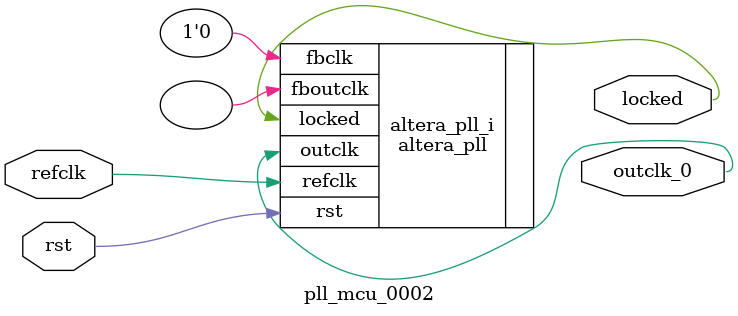
<source format=v>
`timescale 1ns/10ps
module  pll_mcu_0002(

	// interface 'refclk'
	input wire refclk,

	// interface 'reset'
	input wire rst,

	// interface 'outclk0'
	output wire outclk_0,

	// interface 'locked'
	output wire locked
);

	altera_pll #(
		.fractional_vco_multiplier("false"),
		.reference_clock_frequency("50.0 MHz"),
		.operation_mode("direct"),
		.number_of_clocks(1),
		.output_clock_frequency0("4.500000 MHz"),
		.phase_shift0("0 ps"),
		.duty_cycle0(50),
		.output_clock_frequency1("0 MHz"),
		.phase_shift1("0 ps"),
		.duty_cycle1(50),
		.output_clock_frequency2("0 MHz"),
		.phase_shift2("0 ps"),
		.duty_cycle2(50),
		.output_clock_frequency3("0 MHz"),
		.phase_shift3("0 ps"),
		.duty_cycle3(50),
		.output_clock_frequency4("0 MHz"),
		.phase_shift4("0 ps"),
		.duty_cycle4(50),
		.output_clock_frequency5("0 MHz"),
		.phase_shift5("0 ps"),
		.duty_cycle5(50),
		.output_clock_frequency6("0 MHz"),
		.phase_shift6("0 ps"),
		.duty_cycle6(50),
		.output_clock_frequency7("0 MHz"),
		.phase_shift7("0 ps"),
		.duty_cycle7(50),
		.output_clock_frequency8("0 MHz"),
		.phase_shift8("0 ps"),
		.duty_cycle8(50),
		.output_clock_frequency9("0 MHz"),
		.phase_shift9("0 ps"),
		.duty_cycle9(50),
		.output_clock_frequency10("0 MHz"),
		.phase_shift10("0 ps"),
		.duty_cycle10(50),
		.output_clock_frequency11("0 MHz"),
		.phase_shift11("0 ps"),
		.duty_cycle11(50),
		.output_clock_frequency12("0 MHz"),
		.phase_shift12("0 ps"),
		.duty_cycle12(50),
		.output_clock_frequency13("0 MHz"),
		.phase_shift13("0 ps"),
		.duty_cycle13(50),
		.output_clock_frequency14("0 MHz"),
		.phase_shift14("0 ps"),
		.duty_cycle14(50),
		.output_clock_frequency15("0 MHz"),
		.phase_shift15("0 ps"),
		.duty_cycle15(50),
		.output_clock_frequency16("0 MHz"),
		.phase_shift16("0 ps"),
		.duty_cycle16(50),
		.output_clock_frequency17("0 MHz"),
		.phase_shift17("0 ps"),
		.duty_cycle17(50),
		.pll_type("General"),
		.pll_subtype("General")
	) altera_pll_i (
		.rst	(rst),
		.outclk	({outclk_0}),
		.locked	(locked),
		.fboutclk	( ),
		.fbclk	(1'b0),
		.refclk	(refclk)
	);
endmodule


</source>
